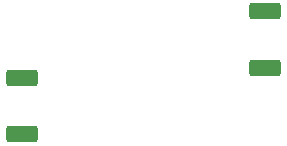
<source format=gbr>
%TF.GenerationSoftware,KiCad,Pcbnew,7.0.7*%
%TF.CreationDate,2024-02-22T12:36:16+00:00*%
%TF.ProjectId,solenoidInterface_rev0,736f6c65-6e6f-4696-9449-6e7465726661,rev?*%
%TF.SameCoordinates,Original*%
%TF.FileFunction,Paste,Bot*%
%TF.FilePolarity,Positive*%
%FSLAX46Y46*%
G04 Gerber Fmt 4.6, Leading zero omitted, Abs format (unit mm)*
G04 Created by KiCad (PCBNEW 7.0.7) date 2024-02-22 12:36:16*
%MOMM*%
%LPD*%
G01*
G04 APERTURE LIST*
G04 Aperture macros list*
%AMRoundRect*
0 Rectangle with rounded corners*
0 $1 Rounding radius*
0 $2 $3 $4 $5 $6 $7 $8 $9 X,Y pos of 4 corners*
0 Add a 4 corners polygon primitive as box body*
4,1,4,$2,$3,$4,$5,$6,$7,$8,$9,$2,$3,0*
0 Add four circle primitives for the rounded corners*
1,1,$1+$1,$2,$3*
1,1,$1+$1,$4,$5*
1,1,$1+$1,$6,$7*
1,1,$1+$1,$8,$9*
0 Add four rect primitives between the rounded corners*
20,1,$1+$1,$2,$3,$4,$5,0*
20,1,$1+$1,$4,$5,$6,$7,0*
20,1,$1+$1,$6,$7,$8,$9,0*
20,1,$1+$1,$8,$9,$2,$3,0*%
G04 Aperture macros list end*
%ADD10RoundRect,0.249999X1.075001X-0.450001X1.075001X0.450001X-1.075001X0.450001X-1.075001X-0.450001X0*%
G04 APERTURE END LIST*
D10*
%TO.C,R3*%
X3500000Y-24500000D03*
X3500000Y-19700000D03*
%TD*%
%TO.C,R1*%
X24000000Y-18875000D03*
X24000000Y-14075000D03*
%TD*%
M02*

</source>
